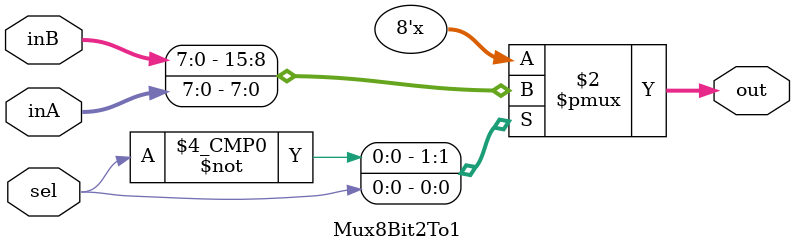
<source format=v>
`timescale 1ns / 1ps

module Mux8Bit2To1(out, inA, inB, sel);

    output reg [7:0] out;
    
    input [7:0] inA;
    input [7:0] inB;
    input sel;

    always @(*) begin
        case(sel)
            1'b0: out <= inB;
            1'b1: out <= inA;
        endcase
    end

endmodule
</source>
